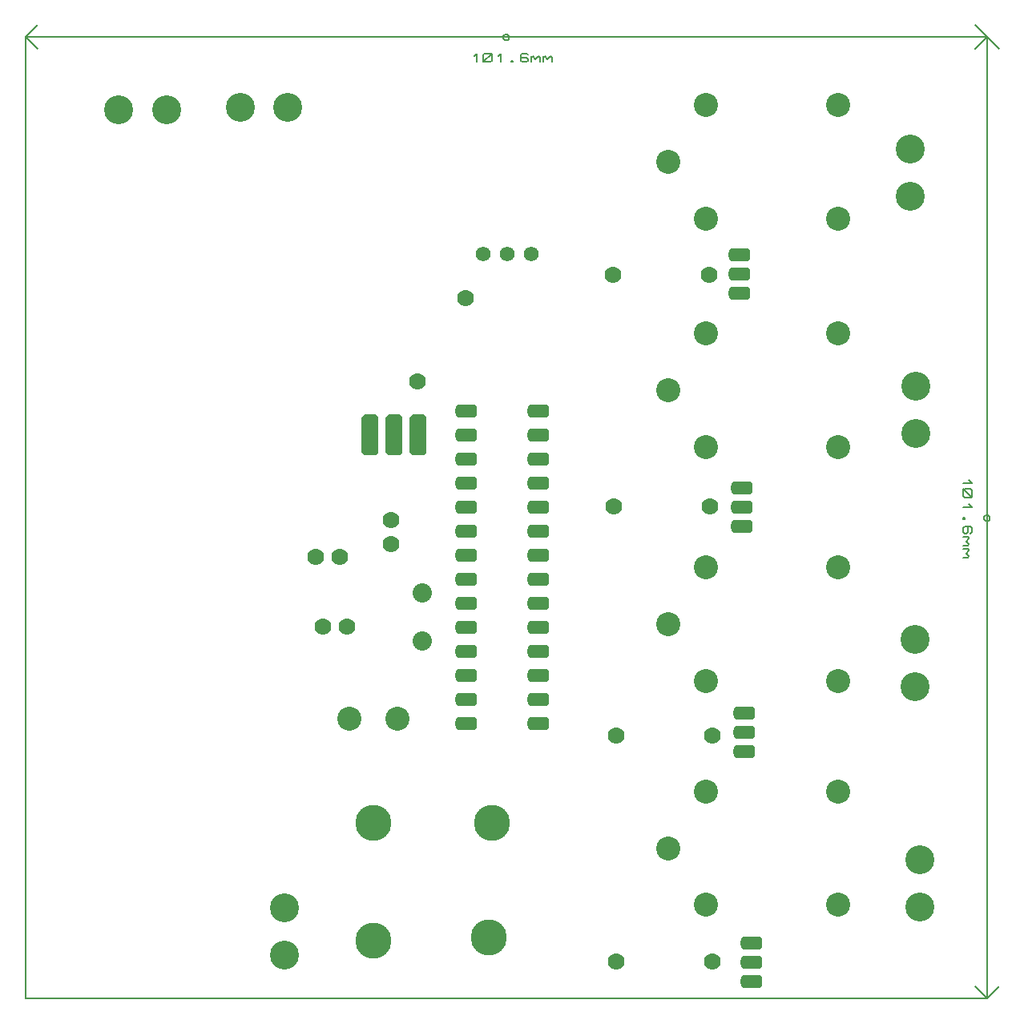
<source format=gbr>
G04 PROTEUS GERBER X2 FILE*
%TF.GenerationSoftware,Labcenter,Proteus,8.7-SP3-Build25561*%
%TF.CreationDate,2019-03-25T11:13:55+00:00*%
%TF.FileFunction,Copper,L1,Top*%
%TF.FilePolarity,Positive*%
%TF.Part,Single*%
%TF.SameCoordinates,{7bf090f1-712e-4c9e-9fb6-0cc4d7933681}*%
%FSLAX45Y45*%
%MOMM*%
G01*
%TA.AperFunction,ComponentPad*%
%ADD10C,2.540000*%
%TA.AperFunction,ComponentPad*%
%ADD11C,3.048000*%
%AMPPAD002*
4,1,36,
-1.143000,-0.292100,
-1.143000,0.292100,
-1.134910,0.375200,
-1.111650,0.452040,
-1.074690,0.521140,
-1.025520,0.581020,
-0.965650,0.630190,
-0.896540,0.667150,
-0.819700,0.690410,
-0.736600,0.698500,
0.736600,0.698500,
0.819700,0.690410,
0.896540,0.667150,
0.965650,0.630190,
1.025520,0.581020,
1.074690,0.521140,
1.111650,0.452040,
1.134910,0.375200,
1.143000,0.292100,
1.143000,-0.292100,
1.134910,-0.375200,
1.111650,-0.452040,
1.074690,-0.521140,
1.025520,-0.581020,
0.965650,-0.630190,
0.896540,-0.667150,
0.819700,-0.690410,
0.736600,-0.698500,
-0.736600,-0.698500,
-0.819700,-0.690410,
-0.896540,-0.667150,
-0.965650,-0.630190,
-1.025520,-0.581020,
-1.074690,-0.521140,
-1.111650,-0.452040,
-1.134910,-0.375200,
-1.143000,-0.292100,
0*%
%TA.AperFunction,ComponentPad*%
%ADD12PPAD002*%
%TA.AperFunction,ComponentPad*%
%ADD13C,1.778000*%
%TA.AperFunction,ComponentPad*%
%ADD14C,3.810000*%
%AMDIL005*
4,1,8,
-0.889000,1.854200,-0.584200,2.159000,0.584200,2.159000,0.889000,1.854200,0.889000,-1.854200,
0.584200,-2.159000,-0.584200,-2.159000,-0.889000,-1.854200,-0.889000,1.854200,
0*%
%TA.AperFunction,ComponentPad*%
%ADD15DIL005*%
%TA.AperFunction,ComponentPad*%
%ADD16C,2.032000*%
%TA.AperFunction,ComponentPad*%
%ADD17C,1.560000*%
%TA.AperFunction,NonMaterial*%
%ADD18C,0.203200*%
%TA.AperFunction,Profile*%
%ADD19C,0.203200*%
%TD.AperFunction*%
D10*
X-430000Y+4360000D03*
X-430000Y+3160000D03*
X-830000Y+3760000D03*
X+970000Y+3160000D03*
X+970000Y+4360000D03*
X-430000Y+1950000D03*
X-430000Y+750000D03*
X-830000Y+1350000D03*
X+970000Y+750000D03*
X+970000Y+1950000D03*
X-430000Y-520000D03*
X-430000Y-1720000D03*
X-830000Y-1120000D03*
X+970000Y-1720000D03*
X+970000Y-520000D03*
X-430000Y-2890000D03*
X-430000Y-4090000D03*
X-830000Y-3490000D03*
X+970000Y-4090000D03*
X+970000Y-2890000D03*
D11*
X+1730000Y+3900380D03*
X+1730000Y+3400000D03*
X+1790000Y+1390000D03*
X+1790000Y+889620D03*
X+1780000Y-1280000D03*
X+1780000Y-1780380D03*
X+1830000Y-3610000D03*
X+1830000Y-4110380D03*
D12*
X-70000Y+2783200D03*
X-70000Y+2580000D03*
X-70000Y+2376800D03*
X-50000Y+320000D03*
X-50000Y+116800D03*
X-50000Y-86400D03*
X-20000Y-2066800D03*
X-20000Y-2270000D03*
X-20000Y-2473200D03*
X+50000Y-4490000D03*
X+50000Y-4693200D03*
X+50000Y-4896400D03*
D13*
X-1410000Y+2570000D03*
X-394000Y+2570000D03*
X-1400000Y+120000D03*
X-384000Y+120000D03*
X-1380000Y-2300000D03*
X-364000Y-2300000D03*
X-1380000Y-4690000D03*
X-364000Y-4690000D03*
D10*
X-4198000Y-2120000D03*
X-3690000Y-2120000D03*
D14*
X-3940000Y-3220000D03*
X-2724000Y-4436000D03*
X-3940000Y-4470000D03*
X-2690000Y-3220000D03*
D15*
X-3980197Y+874584D03*
X-3726197Y+874584D03*
X-3472197Y+874584D03*
D13*
X-4480000Y-1150000D03*
X-4226000Y-1150000D03*
X-4554000Y-410000D03*
X-4300000Y-410000D03*
X-3760000Y-20000D03*
X-3760000Y-274000D03*
D16*
X-3430000Y-1298000D03*
X-3430000Y-790000D03*
D12*
X-2960000Y+1132000D03*
X-2960000Y+878000D03*
X-2960000Y+624000D03*
X-2960000Y+370000D03*
X-2960000Y+116000D03*
X-2960000Y-138000D03*
X-2960000Y-392000D03*
X-2960000Y-646000D03*
X-2960000Y-900000D03*
X-2960000Y-1154000D03*
X-2960000Y-1408000D03*
X-2960000Y-1662000D03*
X-2960000Y-1916000D03*
X-2960000Y-2170000D03*
X-2198000Y-2170000D03*
X-2198000Y-1916000D03*
X-2198000Y-1662000D03*
X-2198000Y-1408000D03*
X-2198000Y-1154000D03*
X-2198000Y-900000D03*
X-2198000Y-646000D03*
X-2198000Y-392000D03*
X-2198000Y-138000D03*
X-2198000Y+116000D03*
X-2198000Y+370000D03*
X-2198000Y+624000D03*
X-2198000Y+878000D03*
X-2198000Y+1130000D03*
D17*
X-2276000Y+2790000D03*
X-2530000Y+2790000D03*
X-2784000Y+2790000D03*
D13*
X-3476001Y+1440059D03*
X-2968000Y+2319942D03*
D11*
X-4850695Y+4340315D03*
X-5351075Y+4340315D03*
X-6631075Y+4310315D03*
X-6130695Y+4310315D03*
X-4880000Y-4620380D03*
X-4880000Y-4120000D03*
D18*
X-7620000Y+5080000D02*
X+2540000Y+5080000D01*
X-7620000Y+5080000D02*
X-7493000Y+4953000D01*
X-7620000Y+5080000D02*
X-7493000Y+5207000D01*
X+2540000Y+5080000D02*
X+2413000Y+5207000D01*
X+2540000Y+5080000D02*
X+2413000Y+4953000D01*
X-2508250Y+5080000D02*
X-2508359Y+5082634D01*
X-2509249Y+5087903D01*
X-2511111Y+5093172D01*
X-2514154Y+5098441D01*
X-2518809Y+5103643D01*
X-2524078Y+5107469D01*
X-2529347Y+5109909D01*
X-2534616Y+5111290D01*
X-2539885Y+5111750D01*
X-2540000Y+5111750D01*
X-2571750Y+5080000D02*
X-2571641Y+5082634D01*
X-2570751Y+5087903D01*
X-2568889Y+5093172D01*
X-2565846Y+5098441D01*
X-2561191Y+5103643D01*
X-2555922Y+5107469D01*
X-2550653Y+5109909D01*
X-2545384Y+5111290D01*
X-2540115Y+5111750D01*
X-2540000Y+5111750D01*
X-2571750Y+5080000D02*
X-2571641Y+5077366D01*
X-2570751Y+5072097D01*
X-2568889Y+5066828D01*
X-2565846Y+5061559D01*
X-2561191Y+5056357D01*
X-2555922Y+5052531D01*
X-2550653Y+5050091D01*
X-2545384Y+5048710D01*
X-2540115Y+5048250D01*
X-2540000Y+5048250D01*
X-2508250Y+5080000D02*
X-2508359Y+5077366D01*
X-2509249Y+5072097D01*
X-2511111Y+5066828D01*
X-2514154Y+5061559D01*
X-2518809Y+5056357D01*
X-2524078Y+5052531D01*
X-2529347Y+5050091D01*
X-2534616Y+5048710D01*
X-2539885Y+5048250D01*
X-2540000Y+5048250D01*
X-2879410Y+4878555D02*
X-2847660Y+4909035D01*
X-2847660Y+4817595D01*
X-2784160Y+4832835D02*
X-2784160Y+4893795D01*
X-2768285Y+4909035D01*
X-2704785Y+4909035D01*
X-2688910Y+4893795D01*
X-2688910Y+4832835D01*
X-2704785Y+4817595D01*
X-2768285Y+4817595D01*
X-2784160Y+4832835D01*
X-2784160Y+4817595D02*
X-2688910Y+4909035D01*
X-2625410Y+4878555D02*
X-2593660Y+4909035D01*
X-2593660Y+4817595D01*
X-2482535Y+4832835D02*
X-2466660Y+4832835D01*
X-2466660Y+4817595D01*
X-2482535Y+4817595D01*
X-2482535Y+4832835D01*
X-2307910Y+4893795D02*
X-2323785Y+4909035D01*
X-2371410Y+4909035D01*
X-2387285Y+4893795D01*
X-2387285Y+4832835D01*
X-2371410Y+4817595D01*
X-2323785Y+4817595D01*
X-2307910Y+4832835D01*
X-2307910Y+4848075D01*
X-2323785Y+4863315D01*
X-2387285Y+4863315D01*
X-2276160Y+4817595D02*
X-2276160Y+4878555D01*
X-2276160Y+4863315D02*
X-2260285Y+4878555D01*
X-2228535Y+4848075D01*
X-2196785Y+4878555D01*
X-2180910Y+4863315D01*
X-2180910Y+4817595D01*
X-2149160Y+4817595D02*
X-2149160Y+4878555D01*
X-2149160Y+4863315D02*
X-2133285Y+4878555D01*
X-2101535Y+4848075D01*
X-2069785Y+4878555D01*
X-2053910Y+4863315D01*
X-2053910Y+4817595D01*
X+2540000Y+5080000D02*
X+2540000Y-5080000D01*
X+2540000Y+5080000D02*
X+2413000Y+4953000D01*
X+2540000Y+5080000D02*
X+2667000Y+4953000D01*
X+2540000Y-5080000D02*
X+2667000Y-4953000D01*
X+2540000Y-5080000D02*
X+2413000Y-4953000D01*
X+2571750Y+0D02*
X+2571641Y+2634D01*
X+2570751Y+7903D01*
X+2568889Y+13172D01*
X+2565846Y+18441D01*
X+2561191Y+23643D01*
X+2555922Y+27469D01*
X+2550653Y+29909D01*
X+2545384Y+31290D01*
X+2540115Y+31750D01*
X+2540000Y+31750D01*
X+2508250Y+0D02*
X+2508359Y+2634D01*
X+2509249Y+7903D01*
X+2511111Y+13172D01*
X+2514154Y+18441D01*
X+2518809Y+23643D01*
X+2524078Y+27469D01*
X+2529347Y+29909D01*
X+2534616Y+31290D01*
X+2539885Y+31750D01*
X+2540000Y+31750D01*
X+2508250Y+0D02*
X+2508359Y-2634D01*
X+2509249Y-7903D01*
X+2511111Y-13172D01*
X+2514154Y-18441D01*
X+2518809Y-23643D01*
X+2524078Y-27469D01*
X+2529347Y-29909D01*
X+2534616Y-31290D01*
X+2539885Y-31750D01*
X+2540000Y-31750D01*
X+2571750Y+0D02*
X+2571641Y-2634D01*
X+2570751Y-7903D01*
X+2568889Y-13172D01*
X+2565846Y-18441D01*
X+2561191Y-23643D01*
X+2555922Y-27469D01*
X+2550653Y-29909D01*
X+2545384Y-31290D01*
X+2540115Y-31750D01*
X+2540000Y-31750D01*
X+2351100Y+402750D02*
X+2381580Y+371000D01*
X+2290140Y+371000D01*
X+2305380Y+307500D02*
X+2366340Y+307500D01*
X+2381580Y+291625D01*
X+2381580Y+228125D01*
X+2366340Y+212250D01*
X+2305380Y+212250D01*
X+2290140Y+228125D01*
X+2290140Y+291625D01*
X+2305380Y+307500D01*
X+2290140Y+307500D02*
X+2381580Y+212250D01*
X+2351100Y+148750D02*
X+2381580Y+117000D01*
X+2290140Y+117000D01*
X+2305380Y+5875D02*
X+2305380Y-10000D01*
X+2290140Y-10000D01*
X+2290140Y+5875D01*
X+2305380Y+5875D01*
X+2366340Y-168750D02*
X+2381580Y-152875D01*
X+2381580Y-105250D01*
X+2366340Y-89375D01*
X+2305380Y-89375D01*
X+2290140Y-105250D01*
X+2290140Y-152875D01*
X+2305380Y-168750D01*
X+2320620Y-168750D01*
X+2335860Y-152875D01*
X+2335860Y-89375D01*
X+2290140Y-200500D02*
X+2351100Y-200500D01*
X+2335860Y-200500D02*
X+2351100Y-216375D01*
X+2320620Y-248125D01*
X+2351100Y-279875D01*
X+2335860Y-295750D01*
X+2290140Y-295750D01*
X+2290140Y-327500D02*
X+2351100Y-327500D01*
X+2335860Y-327500D02*
X+2351100Y-343375D01*
X+2320620Y-375125D01*
X+2351100Y-406875D01*
X+2335860Y-422750D01*
X+2290140Y-422750D01*
D19*
X-7620000Y-5080000D02*
X+2540000Y-5080000D01*
X+2540000Y+5080000D01*
X-7620000Y+5080000D01*
X-7620000Y-5080000D01*
M02*

</source>
